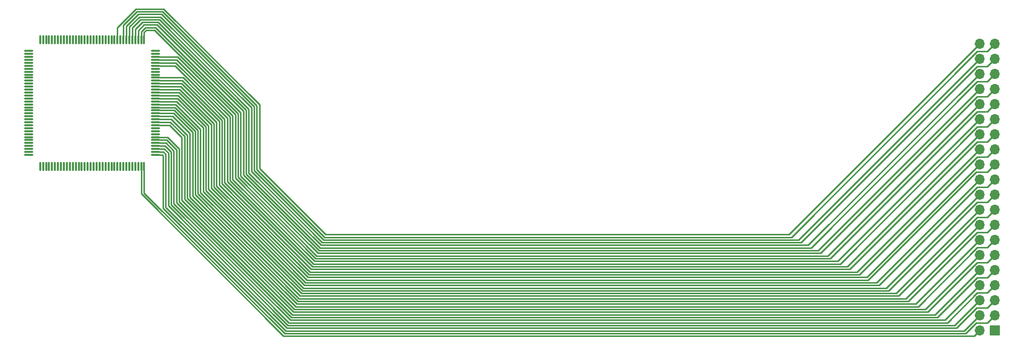
<source format=gbr>
G04 #@! TF.GenerationSoftware,KiCad,Pcbnew,7.0.7*
G04 #@! TF.CreationDate,2023-08-18T22:09:08-04:00*
G04 #@! TF.ProjectId,OpenAndromeda,4f70656e-416e-4647-926f-6d6564612e6b,rev?*
G04 #@! TF.SameCoordinates,Original*
G04 #@! TF.FileFunction,Copper,L1,Top*
G04 #@! TF.FilePolarity,Positive*
%FSLAX46Y46*%
G04 Gerber Fmt 4.6, Leading zero omitted, Abs format (unit mm)*
G04 Created by KiCad (PCBNEW 7.0.7) date 2023-08-18 22:09:08*
%MOMM*%
%LPD*%
G01*
G04 APERTURE LIST*
G04 Aperture macros list*
%AMRoundRect*
0 Rectangle with rounded corners*
0 $1 Rounding radius*
0 $2 $3 $4 $5 $6 $7 $8 $9 X,Y pos of 4 corners*
0 Add a 4 corners polygon primitive as box body*
4,1,4,$2,$3,$4,$5,$6,$7,$8,$9,$2,$3,0*
0 Add four circle primitives for the rounded corners*
1,1,$1+$1,$2,$3*
1,1,$1+$1,$4,$5*
1,1,$1+$1,$6,$7*
1,1,$1+$1,$8,$9*
0 Add four rect primitives between the rounded corners*
20,1,$1+$1,$2,$3,$4,$5,0*
20,1,$1+$1,$4,$5,$6,$7,0*
20,1,$1+$1,$6,$7,$8,$9,0*
20,1,$1+$1,$8,$9,$2,$3,0*%
G04 Aperture macros list end*
G04 #@! TA.AperFunction,ComponentPad*
%ADD10R,1.700000X1.700000*%
G04 #@! TD*
G04 #@! TA.AperFunction,ComponentPad*
%ADD11O,1.700000X1.700000*%
G04 #@! TD*
G04 #@! TA.AperFunction,SMDPad,CuDef*
%ADD12RoundRect,0.075000X0.075000X-0.662500X0.075000X0.662500X-0.075000X0.662500X-0.075000X-0.662500X0*%
G04 #@! TD*
G04 #@! TA.AperFunction,SMDPad,CuDef*
%ADD13RoundRect,0.075000X0.662500X-0.075000X0.662500X0.075000X-0.662500X0.075000X-0.662500X-0.075000X0*%
G04 #@! TD*
G04 #@! TA.AperFunction,Conductor*
%ADD14C,0.250000*%
G04 #@! TD*
G04 APERTURE END LIST*
D10*
X196342000Y-133350000D03*
D11*
X193802000Y-133350000D03*
X196342000Y-130810000D03*
X193802000Y-130810000D03*
X196342000Y-128270000D03*
X193802000Y-128270000D03*
X196342000Y-125730000D03*
X193802000Y-125730000D03*
X196342000Y-123190000D03*
X193802000Y-123190000D03*
X196342000Y-120650000D03*
X193802000Y-120650000D03*
X196342000Y-118110000D03*
X193802000Y-118110000D03*
X196342000Y-115570000D03*
X193802000Y-115570000D03*
X196342000Y-113030000D03*
X193802000Y-113030000D03*
X196342000Y-110490000D03*
X193802000Y-110490000D03*
X196342000Y-107950000D03*
X193802000Y-107950000D03*
X196342000Y-105410000D03*
X193802000Y-105410000D03*
X196342000Y-102870000D03*
X193802000Y-102870000D03*
X196342000Y-100330000D03*
X193802000Y-100330000D03*
X196342000Y-97790000D03*
X193802000Y-97790000D03*
X196342000Y-95250000D03*
X193802000Y-95250000D03*
X196342000Y-92710000D03*
X193802000Y-92710000D03*
X196342000Y-90170000D03*
X193802000Y-90170000D03*
X196342000Y-87630000D03*
X193802000Y-87630000D03*
X196342000Y-85090000D03*
X193802000Y-85090000D03*
D12*
X35705500Y-105726500D03*
X36205500Y-105726500D03*
X36705500Y-105726500D03*
X37205500Y-105726500D03*
X37705500Y-105726500D03*
X38205500Y-105726500D03*
X38705500Y-105726500D03*
X39205500Y-105726500D03*
X39705500Y-105726500D03*
X40205500Y-105726500D03*
X40705500Y-105726500D03*
X41205500Y-105726500D03*
X41705500Y-105726500D03*
X42205500Y-105726500D03*
X42705500Y-105726500D03*
X43205500Y-105726500D03*
X43705500Y-105726500D03*
X44205500Y-105726500D03*
X44705500Y-105726500D03*
X45205500Y-105726500D03*
X45705500Y-105726500D03*
X46205500Y-105726500D03*
X46705500Y-105726500D03*
X47205500Y-105726500D03*
X47705500Y-105726500D03*
X48205500Y-105726500D03*
X48705500Y-105726500D03*
X49205500Y-105726500D03*
X49705500Y-105726500D03*
X50205500Y-105726500D03*
X50705500Y-105726500D03*
X51205500Y-105726500D03*
X51705500Y-105726500D03*
X52205500Y-105726500D03*
X52705500Y-105726500D03*
X53205500Y-105726500D03*
D13*
X55118000Y-103814000D03*
X55118000Y-103314000D03*
X55118000Y-102814000D03*
X55118000Y-102314000D03*
X55118000Y-101814000D03*
X55118000Y-101314000D03*
X55118000Y-100814000D03*
X55118000Y-100314000D03*
X55118000Y-99814000D03*
X55118000Y-99314000D03*
X55118000Y-98814000D03*
X55118000Y-98314000D03*
X55118000Y-97814000D03*
X55118000Y-97314000D03*
X55118000Y-96814000D03*
X55118000Y-96314000D03*
X55118000Y-95814000D03*
X55118000Y-95314000D03*
X55118000Y-94814000D03*
X55118000Y-94314000D03*
X55118000Y-93814000D03*
X55118000Y-93314000D03*
X55118000Y-92814000D03*
X55118000Y-92314000D03*
X55118000Y-91814000D03*
X55118000Y-91314000D03*
X55118000Y-90814000D03*
X55118000Y-90314000D03*
X55118000Y-89814000D03*
X55118000Y-89314000D03*
X55118000Y-88814000D03*
X55118000Y-88314000D03*
X55118000Y-87814000D03*
X55118000Y-87314000D03*
X55118000Y-86814000D03*
X55118000Y-86314000D03*
D12*
X53205500Y-84401500D03*
X52705500Y-84401500D03*
X52205500Y-84401500D03*
X51705500Y-84401500D03*
X51205500Y-84401500D03*
X50705500Y-84401500D03*
X50205500Y-84401500D03*
X49705500Y-84401500D03*
X49205500Y-84401500D03*
X48705500Y-84401500D03*
X48205500Y-84401500D03*
X47705500Y-84401500D03*
X47205500Y-84401500D03*
X46705500Y-84401500D03*
X46205500Y-84401500D03*
X45705500Y-84401500D03*
X45205500Y-84401500D03*
X44705500Y-84401500D03*
X44205500Y-84401500D03*
X43705500Y-84401500D03*
X43205500Y-84401500D03*
X42705500Y-84401500D03*
X42205500Y-84401500D03*
X41705500Y-84401500D03*
X41205500Y-84401500D03*
X40705500Y-84401500D03*
X40205500Y-84401500D03*
X39705500Y-84401500D03*
X39205500Y-84401500D03*
X38705500Y-84401500D03*
X38205500Y-84401500D03*
X37705500Y-84401500D03*
X37205500Y-84401500D03*
X36705500Y-84401500D03*
X36205500Y-84401500D03*
X35705500Y-84401500D03*
D13*
X33793000Y-86314000D03*
X33793000Y-86814000D03*
X33793000Y-87314000D03*
X33793000Y-87814000D03*
X33793000Y-88314000D03*
X33793000Y-88814000D03*
X33793000Y-89314000D03*
X33793000Y-89814000D03*
X33793000Y-90314000D03*
X33793000Y-90814000D03*
X33793000Y-91314000D03*
X33793000Y-91814000D03*
X33793000Y-92314000D03*
X33793000Y-92814000D03*
X33793000Y-93314000D03*
X33793000Y-93814000D03*
X33793000Y-94314000D03*
X33793000Y-94814000D03*
X33793000Y-95314000D03*
X33793000Y-95814000D03*
X33793000Y-96314000D03*
X33793000Y-96814000D03*
X33793000Y-97314000D03*
X33793000Y-97814000D03*
X33793000Y-98314000D03*
X33793000Y-98814000D03*
X33793000Y-99314000D03*
X33793000Y-99814000D03*
X33793000Y-100314000D03*
X33793000Y-100814000D03*
X33793000Y-101314000D03*
X33793000Y-101814000D03*
X33793000Y-102314000D03*
X33793000Y-102814000D03*
X33793000Y-103314000D03*
X33793000Y-103814000D03*
D14*
X192844000Y-134308000D02*
X193802000Y-133350000D01*
X52705500Y-105726500D02*
X52705500Y-110366292D01*
X76647208Y-134308000D02*
X192844000Y-134308000D01*
X52705500Y-110366292D02*
X76647208Y-134308000D01*
X196342000Y-130810000D02*
X195072000Y-132080000D01*
X53205500Y-110229896D02*
X53205500Y-105726500D01*
X193168396Y-132080000D02*
X191390396Y-133858000D01*
X191390396Y-133858000D02*
X76833604Y-133858000D01*
X195072000Y-132080000D02*
X193168396Y-132080000D01*
X76833604Y-133858000D02*
X53205500Y-110229896D01*
X56388000Y-103886000D02*
X56388000Y-112776000D01*
X56316000Y-103814000D02*
X56388000Y-103886000D01*
X55118000Y-103814000D02*
X56316000Y-103814000D01*
X56388000Y-112776000D02*
X77020000Y-133408000D01*
X77020000Y-133408000D02*
X191204000Y-133408000D01*
X191204000Y-133408000D02*
X193802000Y-130810000D01*
X56838000Y-103699604D02*
X56452396Y-103314000D01*
X193294000Y-129540000D02*
X189876000Y-132958000D01*
X56452396Y-103314000D02*
X55118000Y-103314000D01*
X196342000Y-128270000D02*
X195072000Y-129540000D01*
X195072000Y-129540000D02*
X193294000Y-129540000D01*
X56838000Y-112589604D02*
X56838000Y-103699604D01*
X189876000Y-132958000D02*
X77206396Y-132958000D01*
X77206396Y-132958000D02*
X56838000Y-112589604D01*
X57288000Y-103513208D02*
X56588792Y-102814000D01*
X57288000Y-112403208D02*
X57288000Y-103513208D01*
X56588792Y-102814000D02*
X55118000Y-102814000D01*
X77392792Y-132508000D02*
X57288000Y-112403208D01*
X193802000Y-128270000D02*
X189564000Y-132508000D01*
X189564000Y-132508000D02*
X77392792Y-132508000D01*
X55118000Y-102314000D02*
X56725188Y-102314000D01*
X56725188Y-102314000D02*
X57738000Y-103326812D01*
X195072000Y-127000000D02*
X196342000Y-125730000D01*
X77579188Y-132058000D02*
X188352299Y-132058000D01*
X188352299Y-132058000D02*
X193410299Y-127000000D01*
X193410299Y-127000000D02*
X195072000Y-127000000D01*
X57738000Y-103326812D02*
X57738000Y-112216812D01*
X57738000Y-112216812D02*
X77579188Y-132058000D01*
X77765584Y-131608000D02*
X187924000Y-131608000D01*
X58188000Y-112030416D02*
X77765584Y-131608000D01*
X58188000Y-103140416D02*
X58188000Y-112030416D01*
X193802000Y-125971904D02*
X193802000Y-125730000D01*
X56861584Y-101814000D02*
X58188000Y-103140416D01*
X187924000Y-131608000D02*
X193802000Y-125730000D01*
X55118000Y-101814000D02*
X56861584Y-101814000D01*
X185072299Y-130258000D02*
X78324772Y-130258000D01*
X57465604Y-98814000D02*
X59538000Y-100886396D01*
X55118000Y-98814000D02*
X57465604Y-98814000D01*
X193410299Y-121920000D02*
X185072299Y-130258000D01*
X196342000Y-120650000D02*
X195072000Y-121920000D01*
X78324772Y-130258000D02*
X59538000Y-111471228D01*
X195072000Y-121920000D02*
X193410299Y-121920000D01*
X59538000Y-111471228D02*
X59538000Y-100886396D01*
X78511168Y-129808000D02*
X59988000Y-111284832D01*
X184644000Y-129808000D02*
X78511168Y-129808000D01*
X59988000Y-100700000D02*
X57602000Y-98314000D01*
X57602000Y-98314000D02*
X55118000Y-98314000D01*
X59988000Y-111284832D02*
X59988000Y-100700000D01*
X193802000Y-120650000D02*
X184644000Y-129808000D01*
X60438000Y-111098436D02*
X60438000Y-100500000D01*
X60438000Y-100500000D02*
X57752000Y-97814000D01*
X78697564Y-129358000D02*
X60438000Y-111098436D01*
X195072000Y-119380000D02*
X193410299Y-119380000D01*
X57752000Y-97814000D02*
X55118000Y-97814000D01*
X183432299Y-129358000D02*
X78697564Y-129358000D01*
X196342000Y-118110000D02*
X195072000Y-119380000D01*
X193410299Y-119380000D02*
X183432299Y-129358000D01*
X57989604Y-97314000D02*
X55118000Y-97314000D01*
X183004000Y-128908000D02*
X78883960Y-128908000D01*
X60888000Y-100212396D02*
X57989604Y-97314000D01*
X60888000Y-110912040D02*
X60888000Y-100212396D01*
X78883960Y-128908000D02*
X60888000Y-110912040D01*
X193802000Y-118110000D02*
X183004000Y-128908000D01*
X195072000Y-116840000D02*
X196342000Y-115570000D01*
X61338000Y-100026000D02*
X61338000Y-110725644D01*
X55118000Y-96814000D02*
X58126000Y-96814000D01*
X61338000Y-110725644D02*
X79070356Y-128458000D01*
X181792299Y-128458000D02*
X193410299Y-116840000D01*
X193410299Y-116840000D02*
X195072000Y-116840000D01*
X58126000Y-96814000D02*
X61338000Y-100026000D01*
X79070356Y-128458000D02*
X181792299Y-128458000D01*
X61788000Y-99839604D02*
X58262396Y-96314000D01*
X181364000Y-128008000D02*
X79256752Y-128008000D01*
X58262396Y-96314000D02*
X55118000Y-96314000D01*
X193802000Y-115570000D02*
X181364000Y-128008000D01*
X61788000Y-110539248D02*
X61788000Y-99839604D01*
X79256752Y-128008000D02*
X61788000Y-110539248D01*
X55118000Y-95814000D02*
X58398792Y-95814000D01*
X62238000Y-99653208D02*
X62238000Y-110352852D01*
X62238000Y-110352852D02*
X79443148Y-127558000D01*
X79443148Y-127558000D02*
X180152299Y-127558000D01*
X193410299Y-114300000D02*
X195072000Y-114300000D01*
X180152299Y-127558000D02*
X193410299Y-114300000D01*
X195072000Y-114300000D02*
X196342000Y-113030000D01*
X58398792Y-95814000D02*
X62238000Y-99653208D01*
X62688000Y-99466812D02*
X58535188Y-95314000D01*
X193802000Y-113030000D02*
X179724000Y-127108000D01*
X179724000Y-127108000D02*
X79629544Y-127108000D01*
X58535188Y-95314000D02*
X55118000Y-95314000D01*
X79629544Y-127108000D02*
X62688000Y-110166456D01*
X62688000Y-110166456D02*
X62688000Y-99466812D01*
X63138000Y-99280416D02*
X63138000Y-109980060D01*
X193410299Y-111760000D02*
X195072000Y-111760000D01*
X63138000Y-109980060D02*
X79815940Y-126658000D01*
X79815940Y-126658000D02*
X178512299Y-126658000D01*
X195072000Y-111760000D02*
X196342000Y-110490000D01*
X178512299Y-126658000D02*
X193410299Y-111760000D01*
X55118000Y-94814000D02*
X58671584Y-94814000D01*
X58671584Y-94814000D02*
X63138000Y-99280416D01*
X63588000Y-99094020D02*
X58807980Y-94314000D01*
X63588000Y-109793664D02*
X63588000Y-99094020D01*
X178084000Y-126208000D02*
X80002336Y-126208000D01*
X80002336Y-126208000D02*
X63588000Y-109793664D01*
X58807980Y-94314000D02*
X55118000Y-94314000D01*
X193802000Y-110490000D02*
X178084000Y-126208000D01*
X193410299Y-109220000D02*
X195072000Y-109220000D01*
X176872299Y-125758000D02*
X193410299Y-109220000D01*
X80188732Y-125758000D02*
X176872299Y-125758000D01*
X195072000Y-109220000D02*
X196342000Y-107950000D01*
X64038000Y-98907624D02*
X64038000Y-109607268D01*
X58944376Y-93814000D02*
X64038000Y-98907624D01*
X55118000Y-93814000D02*
X58944376Y-93814000D01*
X64038000Y-109607268D02*
X80188732Y-125758000D01*
X193802000Y-107950000D02*
X176444000Y-125308000D01*
X64488000Y-98721228D02*
X59080772Y-93314000D01*
X64488000Y-109420872D02*
X64488000Y-98721228D01*
X59080772Y-93314000D02*
X55118000Y-93314000D01*
X176444000Y-125308000D02*
X80375128Y-125308000D01*
X80375128Y-125308000D02*
X64488000Y-109420872D01*
X80561524Y-124858000D02*
X175042299Y-124858000D01*
X59217168Y-92814000D02*
X64938000Y-98534832D01*
X195072000Y-106680000D02*
X196342000Y-105410000D01*
X55118000Y-92814000D02*
X59217168Y-92814000D01*
X175042299Y-124858000D02*
X193220299Y-106680000D01*
X64938000Y-98534832D02*
X64938000Y-109234476D01*
X193220299Y-106680000D02*
X195072000Y-106680000D01*
X64938000Y-109234476D02*
X80561524Y-124858000D01*
X174804000Y-124408000D02*
X80747920Y-124408000D01*
X80747920Y-124408000D02*
X65388000Y-109048080D01*
X65388000Y-109048080D02*
X65388000Y-98348436D01*
X65388000Y-98348436D02*
X59353564Y-92314000D01*
X59353564Y-92314000D02*
X55118000Y-92314000D01*
X193802000Y-105410000D02*
X174804000Y-124408000D01*
X59489960Y-91814000D02*
X65838000Y-98162040D01*
X65838000Y-98162040D02*
X65838000Y-108861684D01*
X80934316Y-123958000D02*
X173592299Y-123958000D01*
X65838000Y-108861684D02*
X80934316Y-123958000D01*
X193410299Y-104140000D02*
X195072000Y-104140000D01*
X173592299Y-123958000D02*
X193410299Y-104140000D01*
X195072000Y-104140000D02*
X196342000Y-102870000D01*
X55118000Y-91814000D02*
X59489960Y-91814000D01*
X81120712Y-123508000D02*
X173164000Y-123508000D01*
X66288000Y-108675288D02*
X66288000Y-97975644D01*
X81120712Y-123508000D02*
X66288000Y-108675288D01*
X66288000Y-97975644D02*
X59626356Y-91314000D01*
X59626356Y-91314000D02*
X55118000Y-91314000D01*
X173164000Y-123508000D02*
X193802000Y-102870000D01*
X58399148Y-88814000D02*
X55118000Y-88814000D01*
X67188000Y-108302496D02*
X67188000Y-97602852D01*
X67188000Y-97602852D02*
X58399148Y-88814000D01*
X81493504Y-122608000D02*
X67188000Y-108302496D01*
X193802000Y-100330000D02*
X171524000Y-122608000D01*
X171524000Y-122608000D02*
X81493504Y-122608000D01*
X170312299Y-122158000D02*
X193410299Y-99060000D01*
X195072000Y-99060000D02*
X196342000Y-97790000D01*
X58535544Y-88314000D02*
X67638000Y-97416456D01*
X67638000Y-108116100D02*
X81679900Y-122158000D01*
X81679900Y-122158000D02*
X170312299Y-122158000D01*
X67638000Y-97416456D02*
X67638000Y-108116100D01*
X193410299Y-99060000D02*
X195072000Y-99060000D01*
X55118000Y-88314000D02*
X58535544Y-88314000D01*
X68088000Y-107929704D02*
X68088000Y-97230060D01*
X68088000Y-97230060D02*
X58671940Y-87814000D01*
X81866296Y-121708000D02*
X68088000Y-107929704D01*
X193802000Y-97790000D02*
X169884000Y-121708000D01*
X58671940Y-87814000D02*
X55118000Y-87814000D01*
X169884000Y-121708000D02*
X81866296Y-121708000D01*
X68538000Y-97043664D02*
X68538000Y-107743308D01*
X55118000Y-87314000D02*
X58808336Y-87314000D01*
X68538000Y-107743308D02*
X82052692Y-121258000D01*
X195072000Y-96520000D02*
X196342000Y-95250000D01*
X58808336Y-87314000D02*
X68538000Y-97043664D01*
X82052692Y-121258000D02*
X168672299Y-121258000D01*
X193410299Y-96520000D02*
X195072000Y-96520000D01*
X168672299Y-121258000D02*
X193410299Y-96520000D01*
X82239088Y-120808000D02*
X68988000Y-107556912D01*
X193802000Y-95250000D02*
X168244000Y-120808000D01*
X168244000Y-120808000D02*
X82239088Y-120808000D01*
X68988000Y-96857268D02*
X54956732Y-82826000D01*
X68988000Y-107556912D02*
X68988000Y-96857268D01*
X53205500Y-83195292D02*
X53205500Y-84401500D01*
X53574792Y-82826000D02*
X53205500Y-83195292D01*
X54956732Y-82826000D02*
X53574792Y-82826000D01*
X52705500Y-83058896D02*
X53388396Y-82376000D01*
X167032299Y-120358000D02*
X193410299Y-93980000D01*
X195072000Y-93980000D02*
X196342000Y-92710000D01*
X69438000Y-96670872D02*
X69438000Y-107370516D01*
X52705500Y-84401500D02*
X52705500Y-83058896D01*
X55143128Y-82376000D02*
X69438000Y-96670872D01*
X69438000Y-107370516D02*
X82425484Y-120358000D01*
X193410299Y-93980000D02*
X195072000Y-93980000D01*
X82425484Y-120358000D02*
X167032299Y-120358000D01*
X53388396Y-82376000D02*
X55143128Y-82376000D01*
X55329524Y-81926000D02*
X53202000Y-81926000D01*
X53202000Y-81926000D02*
X52205500Y-82922500D01*
X193802000Y-92710000D02*
X166604000Y-119908000D01*
X69888000Y-96484476D02*
X55329524Y-81926000D01*
X69888000Y-107184120D02*
X69888000Y-96484476D01*
X166604000Y-119908000D02*
X82611880Y-119908000D01*
X52205500Y-82922500D02*
X52205500Y-84401500D01*
X82611880Y-119908000D02*
X69888000Y-107184120D01*
X165392299Y-119458000D02*
X193410299Y-91440000D01*
X82798276Y-119458000D02*
X165392299Y-119458000D01*
X195072000Y-91440000D02*
X196342000Y-90170000D01*
X52890000Y-81476000D02*
X55568000Y-81476000D01*
X70358000Y-96266000D02*
X70358000Y-107017724D01*
X193410299Y-91440000D02*
X195072000Y-91440000D01*
X51705500Y-82660500D02*
X52890000Y-81476000D01*
X51705500Y-84401500D02*
X51705500Y-82660500D01*
X70358000Y-107017724D02*
X82798276Y-119458000D01*
X55568000Y-81476000D02*
X70358000Y-96266000D01*
X55754396Y-81026000D02*
X52575208Y-81026000D01*
X82984672Y-119008000D02*
X70808000Y-106831328D01*
X52575208Y-81026000D02*
X51205500Y-82395708D01*
X51205500Y-82395708D02*
X51205500Y-84401500D01*
X193802000Y-90170000D02*
X164964000Y-119008000D01*
X164964000Y-119008000D02*
X82984672Y-119008000D01*
X70808000Y-106831328D02*
X70808000Y-96079604D01*
X70808000Y-96079604D02*
X55754396Y-81026000D01*
X71258000Y-106644932D02*
X83171068Y-118558000D01*
X195072000Y-88900000D02*
X196342000Y-87630000D01*
X193410299Y-88900000D02*
X195072000Y-88900000D01*
X52388812Y-80576000D02*
X55940792Y-80576000D01*
X50705500Y-84401500D02*
X50705500Y-82259312D01*
X83171068Y-118558000D02*
X163752299Y-118558000D01*
X55940792Y-80576000D02*
X71258000Y-95893208D01*
X50705500Y-82259312D02*
X52388812Y-80576000D01*
X71258000Y-95893208D02*
X71258000Y-106644932D01*
X163752299Y-118558000D02*
X193410299Y-88900000D01*
X83357464Y-118108000D02*
X71708000Y-106458536D01*
X52202416Y-80126000D02*
X50205500Y-82122916D01*
X56127188Y-80126000D02*
X52202416Y-80126000D01*
X71708000Y-95706812D02*
X56127188Y-80126000D01*
X163324000Y-118108000D02*
X83357464Y-118108000D01*
X193802000Y-87630000D02*
X163324000Y-118108000D01*
X71708000Y-106458536D02*
X71708000Y-95706812D01*
X50205500Y-82122916D02*
X50205500Y-84401500D01*
X48705500Y-82350124D02*
X48705500Y-84401500D01*
X51829624Y-79226000D02*
X48705500Y-82350124D01*
X83730256Y-117208000D02*
X72608000Y-106085744D01*
X161684000Y-117208000D02*
X193802000Y-85090000D01*
X56499980Y-79226000D02*
X51829624Y-79226000D01*
X83730256Y-117208000D02*
X161684000Y-117208000D01*
X72608000Y-106085744D02*
X72608000Y-95334020D01*
X72608000Y-95334020D02*
X56499980Y-79226000D01*
X58638000Y-111844020D02*
X58638000Y-102954020D01*
X77951980Y-131158000D02*
X58638000Y-111844020D01*
X56997980Y-101314000D02*
X55118000Y-101314000D01*
X186654150Y-131158000D02*
X77951980Y-131158000D01*
X193352150Y-124460000D02*
X186654150Y-131158000D01*
X58638000Y-102954020D02*
X56997980Y-101314000D01*
X195072000Y-124460000D02*
X193352150Y-124460000D01*
X196342000Y-123190000D02*
X195072000Y-124460000D01*
X59088000Y-102767624D02*
X57134376Y-100814000D01*
X78138376Y-130708000D02*
X59088000Y-111657624D01*
X186284000Y-130708000D02*
X78138376Y-130708000D01*
X57134376Y-100814000D02*
X55325000Y-100814000D01*
X193802000Y-123190000D02*
X186284000Y-130708000D01*
X59088000Y-111657624D02*
X59088000Y-102767624D01*
X66738000Y-108488892D02*
X66738000Y-97789248D01*
X59762752Y-90814000D02*
X55118000Y-90814000D01*
X195072000Y-101600000D02*
X196342000Y-100330000D01*
X66738000Y-97789248D02*
X59762752Y-90814000D01*
X81307108Y-123058000D02*
X171952299Y-123058000D01*
X193410299Y-101600000D02*
X195072000Y-101600000D01*
X171952299Y-123058000D02*
X193410299Y-101600000D01*
X81307108Y-123058000D02*
X66738000Y-108488892D01*
X52016020Y-79676000D02*
X49705500Y-81986520D01*
X56313584Y-79676000D02*
X52016020Y-79676000D01*
X193410299Y-86360000D02*
X162112299Y-117658000D01*
X83543860Y-117658000D02*
X72158000Y-106272140D01*
X72158000Y-106272140D02*
X72158000Y-95520416D01*
X72158000Y-95520416D02*
X56313584Y-79676000D01*
X162112299Y-117658000D02*
X83543860Y-117658000D01*
X49705500Y-81986520D02*
X49705500Y-84401500D01*
X196342000Y-85090000D02*
X195072000Y-86360000D01*
X195072000Y-86360000D02*
X193410299Y-86360000D01*
M02*

</source>
